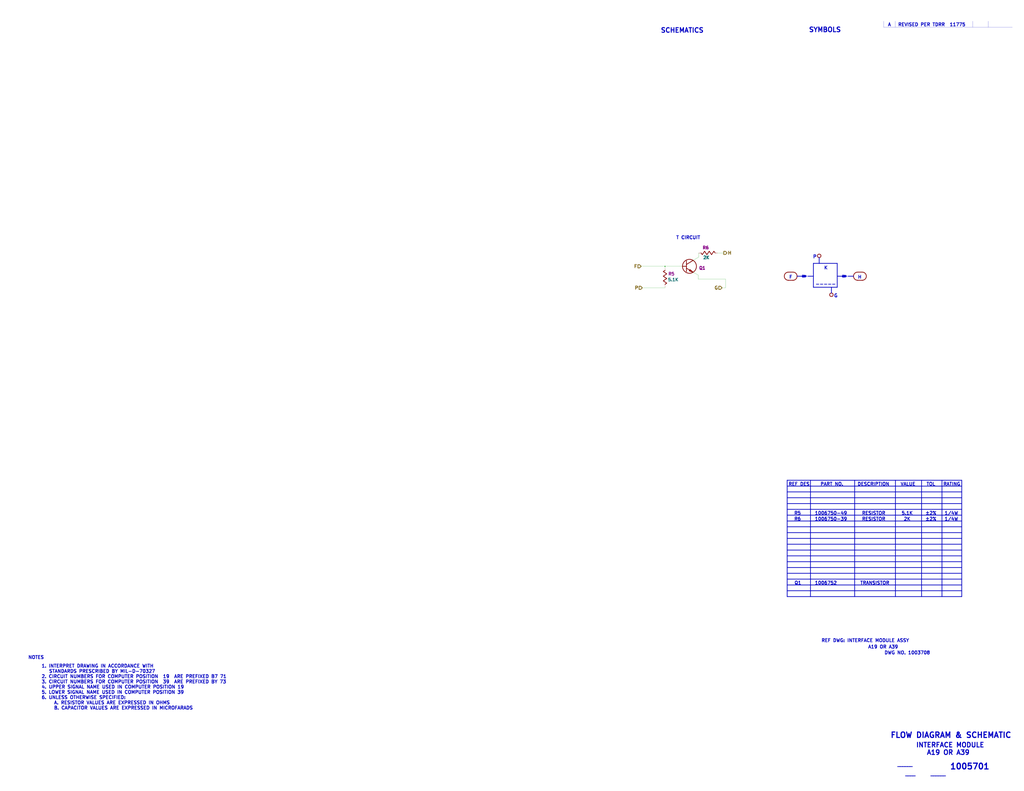
<source format=kicad_sch>
(kicad_sch (version 20211123) (generator eeschema)
  (paper "E")
  (lib_symbols
    (symbol "AGC_DSKY:NodeGBody" (pin_numbers hide) (pin_names (offset 0) hide)
      (symbol "NodeGBody_0_1"
        (circle (center 0 0) (radius 1.905) (stroke (width 0.762)))
      )
    )
    (symbol "AGC_DSKY:OvalBody2" (pin_numbers hide) (pin_names (offset 0) hide)
      (symbol "OvalBody2_1_0"
        (arc (start -2.54 4.445) (mid -6.985 0) (end -2.54 -4.445) (stroke (width 0.762)))
        (polyline (pts (xy -2.54 -4.445) (xy 2.54 -4.445)) (stroke (width 0.762)))
        (polyline (pts (xy -2.54 4.445) (xy 2.54 4.445)) (stroke (width 0.762)))
        (arc (start 2.54 -4.445) (mid 6.985 0) (end 2.54 4.445) (stroke (width 0.762)))
      )
    )
    (symbol "AGC_DSKY:Resistor" (pin_numbers hide) (pin_names (offset 0) hide)
      (property "Reference" "R" (at -0.635 -4.445 0))
      (symbol "Resistor_0_1"
        (polyline (pts (xy -7.62 0) (xy -6.35 -1.905) (xy -3.81 1.905) (xy -1.27 -1.905) (xy 1.27 1.905) (xy 3.81 -1.905) (xy 6.35 1.905) (xy 7.62 0)) (stroke (width 0.762)))
      )
      (symbol "Resistor_1_1"
        (pin passive line (at -10.16 0 0) (length 2.54) (name "1") (number "1"))
        (pin passive line (at 10.16 0 180) (length 2.54) (name "2") (number "2"))
      )
    )
    (symbol "AGC_DSKY:Transistor-NPN" (pin_numbers hide) (pin_names (offset 0) hide)
      (property "Reference" "Q" (at 0 10.541 0))
      (symbol "Transistor-NPN_0_1"
        (polyline (pts (xy -3.302 -2.032) (xy 3.81 -6.35)) (stroke (width 0.762)))
        (polyline (pts (xy -3.302 2.032) (xy 3.81 6.35)) (stroke (width 0.762)))
        (polyline (pts (xy -3.302 5.969) (xy -3.302 -5.715)) (stroke (width 0.762)))
        (polyline (pts (xy -3.302 0) (xy -7.62 0) (xy -7.493 0)) (stroke (width 0.762)))
        (polyline (pts (xy -0.127 -4.826) (xy 0.635 -3.556) (xy 3.81 -6.35) (xy -0.254 -4.953)) (stroke (width 0.762)) (fill (type outline)))
        (circle (center 0 0) (radius 7.62) (stroke (width 0.762)))
      )
      (symbol "Transistor-NPN_1_1"
        (pin passive line (at 3.81 6.35 180) (length 0) (name "C") (number "1"))
        (pin passive line (at -7.62 0 0) (length 0) (name "B") (number "2"))
        (pin passive line (at 3.81 -6.35 180) (length 0) (name "E") (number "3"))
      )
    )
  )
  (junction (at 725.805 290.83))
  (polyline (pts (xy 859.155 549.91) (xy 1049.655 549.91)) (stroke (width 0.762) (type solid)))
  (polyline (pts (xy 977.265 524.51) (xy 977.265 651.51)) (stroke (width 0.762) (type solid)))
  (polyline (pts (xy 913.765 301.625) (xy 919.48 301.625)) (stroke (width 0.762) (type solid)))
  (polyline (pts (xy 913.765 313.69) (xy 913.765 287.655)) (stroke (width 0.762) (type solid)))
  (polyline (pts (xy 859.155 626.11) (xy 1049.655 626.11)) (stroke (width 0.762) (type solid)))
  (wire (pts (xy 725.805 290.83) (xy 699.77 290.83)))
  (polyline (pts (xy 884.555 524.51) (xy 884.555 651.51)) (stroke (width 0.762) (type solid)))
  (polyline (pts (xy 1049.655 524.51) (xy 1049.655 651.51)) (stroke (width 0.762) (type solid)))
  (wire (pts (xy 744.855 290.83) (xy 725.805 290.83)))
  (polyline (pts (xy 869.95 301.625) (xy 875.665 301.625)) (stroke (width 0.762) (type solid)))
  (polyline (pts (xy 875.665 303.53) (xy 882.015 301.625)) (stroke (width 0) (type solid)))
  (polyline (pts (xy 859.155 645.16) (xy 1049.655 645.16)) (stroke (width 0.762) (type solid)))
  (polyline (pts (xy 859.155 607.06) (xy 1049.655 607.06)) (stroke (width 0.762) (type solid)))
  (wire (pts (xy 789.94 276.225) (xy 782.955 276.225)))
  (wire (pts (xy 788.035 314.325) (xy 791.845 314.325)))
  (polyline (pts (xy 859.155 524.51) (xy 1049.655 524.51)) (stroke (width 0.762) (type solid)))
  (polyline (pts (xy 907.415 313.69) (xy 907.415 320.04)) (stroke (width 0.762) (type solid)))
  (polyline (pts (xy 882.015 301.625) (xy 887.73 301.625)) (stroke (width 0.762) (type solid)))
  (polyline (pts (xy 925.83 301.625) (xy 919.48 299.72)) (stroke (width 0) (type solid)))
  (polyline (pts (xy 859.155 543.56) (xy 1049.655 543.56)) (stroke (width 0.762) (type solid)))
  (polyline (pts (xy 859.155 568.96) (xy 1049.655 568.96)) (stroke (width 0.762) (type solid)))
  (wire (pts (xy 725.805 314.325) (xy 725.805 313.055)))
  (polyline (pts (xy 1061.72 23.114) (xy 1061.72 29.718)) (stroke (width 0) (type solid)))
  (polyline (pts (xy 920.115 301.625) (xy 922.655 301.625)) (stroke (width 2.54) (type solid)))
  (wire (pts (xy 762.635 276.225) (xy 762.635 280.67)))
  (polyline (pts (xy 1028.065 524.51) (xy 1028.065 651.51)) (stroke (width 0.762) (type solid)))
  (polyline (pts (xy 859.155 575.31) (xy 1049.655 575.31)) (stroke (width 0.762) (type solid)))
  (polyline (pts (xy 859.155 619.76) (xy 1049.655 619.76)) (stroke (width 0.762) (type solid)))
  (wire (pts (xy 756.285 284.48) (xy 762.635 280.67)))
  (polyline (pts (xy 925.83 301.625) (xy 931.545 301.625)) (stroke (width 0.762) (type solid)))
  (wire (pts (xy 791.845 314.325) (xy 791.845 304.8)))
  (polyline (pts (xy 859.155 562.61) (xy 1049.655 562.61)) (stroke (width 0.762) (type solid)))
  (polyline (pts (xy 882.015 301.625) (xy 875.665 299.72)) (stroke (width 0) (type solid)))
  (polyline (pts (xy 859.155 588.01) (xy 1049.655 588.01)) (stroke (width 0.762) (type solid)))
  (polyline (pts (xy 977.011 23.114) (xy 977.011 29.718)) (stroke (width 0) (type solid)))
  (polyline (pts (xy 859.155 537.21) (xy 1049.655 537.21)) (stroke (width 0.762) (type solid)))
  (polyline (pts (xy 859.155 600.71) (xy 1049.655 600.71)) (stroke (width 0.762) (type solid)))
  (polyline (pts (xy 894.08 287.655) (xy 894.08 281.305)) (stroke (width 0.762) (type solid)))
  (wire (pts (xy 762 304.8) (xy 762 300.355)))
  (polyline (pts (xy 964.311 23.114) (xy 964.311 29.718)) (stroke (width 0) (type solid)))
  (polyline (pts (xy 859.155 651.51) (xy 1049.655 651.51)) (stroke (width 0.762) (type solid)))
  (polyline (pts (xy 919.48 303.53) (xy 925.83 301.625)) (stroke (width 0) (type solid)))
  (polyline (pts (xy 964.311 29.718) (xy 1104.9 29.718)) (stroke (width 0) (type solid)))
  (polyline (pts (xy 859.155 638.81) (xy 1049.655 638.81)) (stroke (width 0.762) (type solid)))
  (polyline (pts (xy 859.155 581.66) (xy 1049.655 581.66)) (stroke (width 0.762) (type solid)))
  (polyline (pts (xy 1005.84 524.51) (xy 1005.84 651.51)) (stroke (width 0.762) (type solid)))
  (polyline (pts (xy 859.155 556.26) (xy 1049.655 556.26)) (stroke (width 0.762) (type solid)))
  (wire (pts (xy 791.845 304.8) (xy 762 304.8)))
  (polyline (pts (xy 859.155 613.41) (xy 1049.655 613.41)) (stroke (width 0.762) (type solid)))
  (polyline (pts (xy 875.665 299.72) (xy 875.665 303.53)) (stroke (width 0) (type solid)))
  (polyline (pts (xy 887.73 313.69) (xy 913.765 313.69)) (stroke (width 0.762) (type solid)))
  (polyline (pts (xy 859.155 530.86) (xy 1049.655 530.86)) (stroke (width 0.762) (type solid)))
  (polyline (pts (xy 1078.611 23.114) (xy 1078.611 29.718)) (stroke (width 0) (type solid)))
  (polyline (pts (xy 859.155 524.51) (xy 859.155 651.51)) (stroke (width 0.762) (type solid)))
  (wire (pts (xy 701.04 314.325) (xy 725.805 314.325)))
  (polyline (pts (xy 887.73 287.655) (xy 887.73 313.69)) (stroke (width 0.762) (type solid)))
  (wire (pts (xy 725.805 292.735) (xy 725.805 290.83)))
  (polyline (pts (xy 913.765 287.655) (xy 887.73 287.655)) (stroke (width 0.762) (type solid)))
  (polyline (pts (xy 876.3 301.625) (xy 878.84 301.625)) (stroke (width 2.54) (type solid)))
  (polyline (pts (xy 932.815 524.51) (xy 932.815 651.51)) (stroke (width 0.762) (type solid)))
  (polyline (pts (xy 919.48 299.72) (xy 919.48 303.53)) (stroke (width 0) (type solid)))
  (polyline (pts (xy 859.155 594.36) (xy 1049.655 594.36)) (stroke (width 0.762) (type solid)))
  (wire (pts (xy 756.285 297.18) (xy 762 300.355)))
  (polyline (pts (xy 859.155 632.46) (xy 1049.655 632.46)) (stroke (width 0.762) (type solid)))
  (text "RESISTOR" (at 940.435 568.96 0) (effects (font (size 3.556 3.556) (thickness 0.7112) bold) (justify left bottom)))
  (text "1/4W" (at 1030.605 562.61 0) (effects (font (size 3.556 3.556) (thickness 0.7112) bold) (justify left bottom)))
  (text "VALUE" (at 999.49 530.86 180) (effects (font (size 3.556 3.556) (thickness 0.7112) bold) (justify right bottom)))
  (text "T CIRCUIT" (at 764.54 261.62 180) (effects (font (size 3.556 3.556) (thickness 0.7112) bold) (justify right bottom)))
  (text "SYMBOLS" (at 918.21 35.56 180) (effects (font (size 5.08 5.08) (thickness 1.016) bold) (justify right bottom)))
  (text "2K" (at 986.155 568.96 0) (effects (font (size 3.556 3.556) (thickness 0.7112) bold) (justify left bottom)))
  (text "A19 OR A39" (at 980.44 708.66 180) (effects (font (size 3.556 3.556) (thickness 0.7112) bold) (justify right bottom)))
  (text "NOTES" (at 48.26 720.09 180) (effects (font (size 3.556 3.556) (thickness 0.7112) bold) (justify right bottom)))
  (text "5.1K" (at 983.615 562.61 0) (effects (font (size 3.556 3.556) (thickness 0.7112) bold) (justify left bottom)))
  (text "INTERFACE MODULE\n   A19 OR A39" (at 999.49 824.865 0) (effects (font (size 5.08 5.08) (thickness 1.016) bold) (justify left bottom)))
  (text "K" (at 899.16 294.64 0) (effects (font (size 3.556 3.556) (thickness 0.7112) bold) (justify left bottom)))
  (text "DESCRIPTION" (at 970.915 530.86 180) (effects (font (size 3.556 3.556) (thickness 0.7112) bold) (justify right bottom)))
  (text "1006750-49" (at 889 562.61 0) (effects (font (size 3.556 3.556) (thickness 0.7112) bold) (justify left bottom)))
  (text "1. INTERPRET DRAWING IN ACCORDANCE WITH\n   STANDARDS PRESCRIBED BY MIL-D-70327\n2. CIRCUIT NUMBERS FOR COMPUTER POSITION  19  ARE PREFIXED B7 71\n3. CIRCUIT NUMBERS FOR COMPUTER POSITION  39  ARE PREFIXED BY 73\n4. UPPER SIGNAL NAME USED IN COMPUTER POSITION 19\n5. LOWER SIGNAL NAME USED IN COMPUTER POSITION 39\n6. UNLESS OTHERWISE SPECIFIED:\n     A. RESISTOR VALUES ARE EXPRESSED IN OHMS\n     B. CAPACITOR VALUES ARE EXPRESSED IN MICROFARADS" (at 45.085 775.335 0) (effects (font (size 3.556 3.556) (thickness 0.7112) bold) (justify left bottom)))
  (text "REF DWG: INTERFACE MODULE ASSY" (at 992.505 701.675 180) (effects (font (size 3.556 3.556) (thickness 0.7112) bold) (justify right bottom)))
  (text "1006752" (at 889 638.81 0) (effects (font (size 3.556 3.556) (thickness 0.7112) bold) (justify left bottom)))
  (text "G" (at 909.955 325.12 0) (effects (font (size 3.556 3.556) (thickness 0.7112) bold) (justify left bottom)))
  (text "1005701" (at 1036.447 840.867 0) (effects (font (size 6.35 6.35) (thickness 1.27) bold) (justify left bottom)))
  (text "1006750-39" (at 889 568.96 0) (effects (font (size 3.556 3.556) (thickness 0.7112) bold) (justify left bottom)))
  (text "RATING" (at 1048.385 530.86 180) (effects (font (size 3.556 3.556) (thickness 0.7112) bold) (justify right bottom)))
  (text "TRANSISTOR" (at 938.53 638.81 0) (effects (font (size 3.556 3.556) (thickness 0.7112) bold) (justify left bottom)))
  (text "Q1" (at 866.775 638.81 0) (effects (font (size 3.556 3.556) (thickness 0.7112) bold) (justify left bottom)))
  (text "P" (at 891.54 282.575 180) (effects (font (size 3.556 3.556) (thickness 0.7112) bold) (justify right bottom)))
  (text "-----" (at 889.635 312.42 0) (effects (font (size 3.556 3.556) (thickness 0.7112) bold) (justify left bottom)))
  (text "±2%" (at 1009.65 568.96 0) (effects (font (size 3.556 3.556) (thickness 0.7112) bold) (justify left bottom)))
  (text "____" (at 999.49 847.725 180) (effects (font (size 3.556 3.556) (thickness 0.7112) bold) (justify right bottom)))
  (text "A   REVISED PER TDRR  11775" (at 968.756 29.083 0) (effects (font (size 3.556 3.556) (thickness 0.7112) bold) (justify left bottom)))
  (text "RESISTOR" (at 940.435 562.61 0) (effects (font (size 3.556 3.556) (thickness 0.7112) bold) (justify left bottom)))
  (text "1/4W" (at 1030.605 568.96 0) (effects (font (size 3.556 3.556) (thickness 0.7112) bold) (justify left bottom)))
  (text "H" (at 935.99 304.8 0) (effects (font (size 3.556 3.556) (thickness 0.7112) bold) (justify left bottom)))
  (text "______" (at 1032.51 847.725 180) (effects (font (size 3.556 3.556) (thickness 0.7112) bold) (justify right bottom)))
  (text "SCHEMATICS" (at 768.35 36.195 180) (effects (font (size 5.08 5.08) (thickness 1.016) bold) (justify right bottom)))
  (text "R5" (at 874.395 562.61 180) (effects (font (size 3.556 3.556) (thickness 0.7112) bold) (justify right bottom)))
  (text "R6" (at 874.395 568.96 180) (effects (font (size 3.556 3.556) (thickness 0.7112) bold) (justify right bottom)))
  (text "______" (at 996.315 837.565 180) (effects (font (size 3.556 3.556) (thickness 0.7112) bold) (justify right bottom)))
  (text "FLOW DIAGRAM & SCHEMATIC" (at 971.55 806.45 0) (effects (font (size 5.9944 5.9944) (thickness 1.1989) bold) (justify left bottom)))
  (text "DWG NO. 1003708" (at 1015.365 715.01 180) (effects (font (size 3.556 3.556) (thickness 0.7112) bold) (justify right bottom)))
  (text "REF DES" (at 883.92 530.86 180) (effects (font (size 3.556 3.556) (thickness 0.7112) bold) (justify right bottom)))
  (text "PART NO." (at 920.75 530.86 180) (effects (font (size 3.556 3.556) (thickness 0.7112) bold) (justify right bottom)))
  (text "F" (at 861.06 304.8 0) (effects (font (size 3.556 3.556) (thickness 0.7112) bold) (justify left bottom)))
  (text "TOL" (at 1021.08 530.86 180) (effects (font (size 3.556 3.556) (thickness 0.7112) bold) (justify right bottom)))
  (text "±2%" (at 1009.65 562.61 0) (effects (font (size 3.556 3.556) (thickness 0.7112) bold) (justify left bottom)))
  (hierarchical_label "F" (shape input) (at 699.77 290.83 180) (effects (font (size 3.556 3.556) (thickness 0.7112) bold)))
  (hierarchical_label "G" (shape input) (at 788.035 314.325 180) (effects (font (size 3.556 3.556) (thickness 0.7112) bold)))
  (hierarchical_label "H" (shape output) (at 789.94 276.225 0) (effects (font (size 3.556 3.556) (thickness 0.7112) bold)))
  (hierarchical_label "P" (shape input) (at 701.04 314.325 180) (effects (font (size 3.556 3.556) (thickness 0.7112) bold)))
  (symbol (lib_id "AGC_DSKY:NodeGBody") (at 907.415 321.945 0)
    (property "Reference" "N2902" (effects hide))
    (property "Value" "NodeGBody" (effects hide))
  )
  (symbol (lib_id "AGC_DSKY:OvalBody2") (at 938.53 301.625 0)
    (property "Reference" "X2902" (effects hide))
    (property "Value" "OvalBody2" (effects hide))
  )
  (symbol (lib_id "AGC_DSKY:OvalBody2") (at 862.965 301.625 0)
    (property "Reference" "X2901" (effects hide))
    (property "Value" "OvalBody2" (effects hide))
  )
  (symbol (lib_id "AGC_DSKY:NodeGBody") (at 894.08 279.4 180)
    (property "Reference" "N2901" (effects hide))
    (property "Value" "NodeGBody" (effects hide))
  )
  (symbol (lib_id "AGC_DSKY:Transistor-NPN") (at 752.475 290.83 0)
    (property "Reference" "14Q1" (effects hide))
    (property "Value" "Transistor-NPN" (effects hide))
    (property "baseRefd" "Q1" (at 766.445 292.735 0) (effects (font (size 3.302 3.302) bold)))
  )
  (symbol (lib_id "AGC_DSKY:Resistor") (at 772.795 276.225 0)
    (property "Reference" "14R6" (effects hide))
    (property "Value" "2K" (at 770.89 281.305 0) (effects (font (size 3.302 3.302) bold)))
    (property "baseRefd" "R6" (at 770.255 270.51 0) (effects (font (size 3.302 3.302) bold)))
  )
  (symbol (lib_id "AGC_DSKY:Resistor") (at 725.805 302.895 270)
    (property "Reference" "14R5" (effects hide))
    (property "Value" "5.1K" (at 734.695 305.435 90) (effects (font (size 3.302 3.302) bold)))
    (property "baseRefd" "R5" (at 732.79 299.085 90) (effects (font (size 3.302 3.302) bold)))
  )
)
</source>
